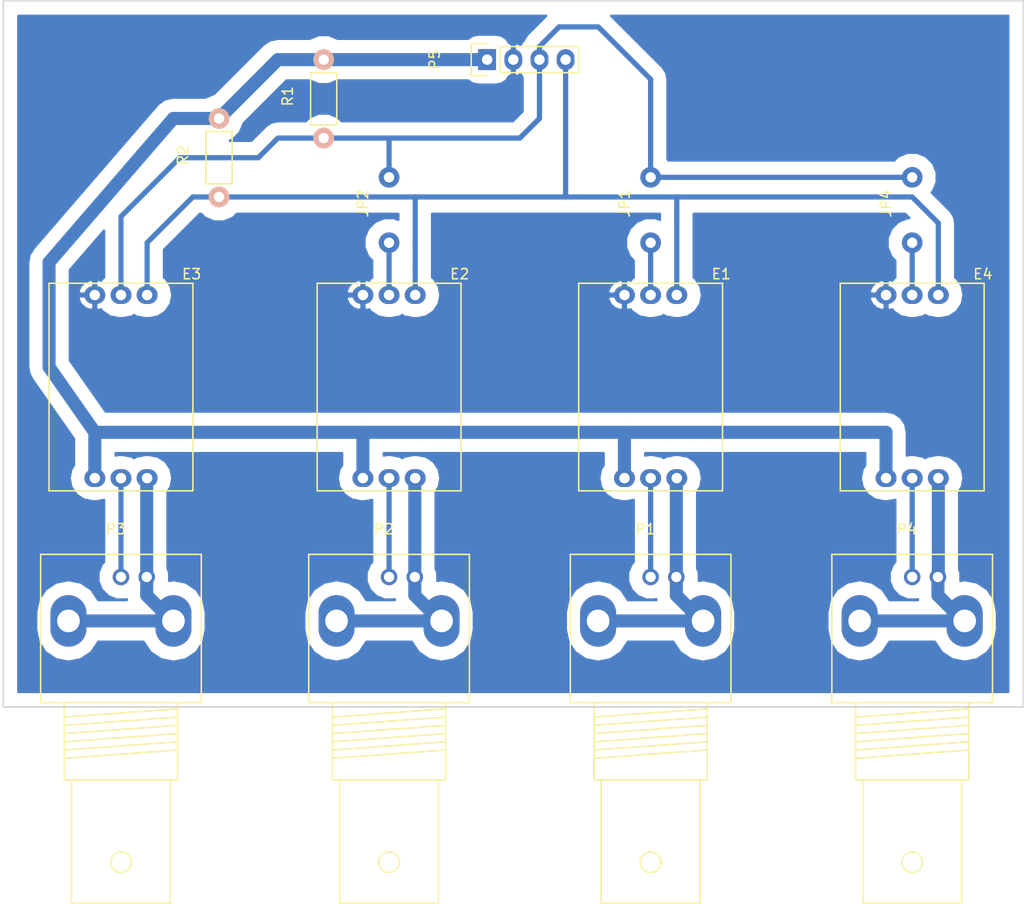
<source format=kicad_pcb>
(kicad_pcb (version 4) (host pcbnew 4.0.4-stable)

  (general
    (links 39)
    (no_connects 0)
    (area 65.91336 89.777499 165.492501 177.787981)
    (thickness 1.6)
    (drawings 4)
    (tracks 85)
    (zones 0)
    (modules 14)
    (nets 16)
  )

  (page A4)
  (layers
    (0 F.Cu signal)
    (31 B.Cu signal)
    (32 B.Adhes user)
    (33 F.Adhes user)
    (34 B.Paste user)
    (35 F.Paste user)
    (36 B.SilkS user)
    (37 F.SilkS user)
    (38 B.Mask user)
    (39 F.Mask user)
    (40 Dwgs.User user)
    (41 Cmts.User user)
    (42 Eco1.User user)
    (43 Eco2.User user)
    (44 Edge.Cuts user)
    (45 Margin user)
    (46 B.CrtYd user)
    (47 F.CrtYd user)
    (48 B.Fab user)
    (49 F.Fab user)
  )

  (setup
    (last_trace_width 0.508)
    (trace_clearance 0.2)
    (zone_clearance 1.27)
    (zone_45_only no)
    (trace_min 0.254)
    (segment_width 0.2)
    (edge_width 0.15)
    (via_size 0.6)
    (via_drill 0.4)
    (via_min_size 0.4064)
    (via_min_drill 0.254)
    (uvia_size 0.3)
    (uvia_drill 0.1)
    (uvias_allowed no)
    (uvia_min_size 0.2)
    (uvia_min_drill 0.1)
    (pcb_text_width 0.3)
    (pcb_text_size 1.5 1.5)
    (mod_edge_width 0.15)
    (mod_text_size 1 1)
    (mod_text_width 0.15)
    (pad_size 1.524 1.524)
    (pad_drill 0.762)
    (pad_to_mask_clearance 0.2)
    (aux_axis_origin 0 0)
    (visible_elements FFFFFF7F)
    (pcbplotparams
      (layerselection 0x00030_80000001)
      (usegerberextensions false)
      (excludeedgelayer true)
      (linewidth 0.100000)
      (plotframeref false)
      (viasonmask false)
      (mode 1)
      (useauxorigin false)
      (hpglpennumber 1)
      (hpglpenspeed 20)
      (hpglpendiameter 15)
      (hpglpenoverlay 2)
      (psnegative false)
      (psa4output false)
      (plotreference true)
      (plotvalue true)
      (plotinvisibletext false)
      (padsonsilk false)
      (subtractmaskfromsilk false)
      (outputformat 1)
      (mirror false)
      (drillshape 1)
      (scaleselection 1)
      (outputdirectory ""))
  )

  (net 0 "")
  (net 1 "Net-(E1-Pad4)")
  (net 2 "Net-(E1-Pad5)")
  (net 3 "Net-(E2-Pad4)")
  (net 4 "Net-(E2-Pad5)")
  (net 5 "Net-(E3-Pad4)")
  (net 6 "Net-(E3-Pad5)")
  (net 7 "Net-(E4-Pad4)")
  (net 8 "Net-(E4-Pad5)")
  (net 9 GND)
  (net 10 A5)
  (net 11 "Net-(E1-Pad2)")
  (net 12 +5V)
  (net 13 "Net-(E2-Pad2)")
  (net 14 "Net-(E4-Pad2)")
  (net 15 A4)

  (net_class Default "This is the default net class."
    (clearance 0.2)
    (trace_width 0.508)
    (via_dia 0.6)
    (via_drill 0.4)
    (uvia_dia 0.3)
    (uvia_drill 0.1)
    (add_net A4)
    (add_net A5)
    (add_net GND)
    (add_net "Net-(E1-Pad2)")
    (add_net "Net-(E1-Pad5)")
    (add_net "Net-(E2-Pad2)")
    (add_net "Net-(E2-Pad5)")
    (add_net "Net-(E3-Pad5)")
    (add_net "Net-(E4-Pad2)")
    (add_net "Net-(E4-Pad5)")
  )

  (net_class +5V ""
    (clearance 0.2)
    (trace_width 1.27)
    (via_dia 0.6)
    (via_drill 0.4)
    (uvia_dia 0.3)
    (uvia_drill 0.1)
    (add_net +5V)
  )

  (net_class PRBGND ""
    (clearance 0.2)
    (trace_width 1.27)
    (via_dia 0.6)
    (via_drill 0.4)
    (uvia_dia 0.3)
    (uvia_drill 0.1)
    (add_net "Net-(E1-Pad4)")
    (add_net "Net-(E2-Pad4)")
    (add_net "Net-(E3-Pad4)")
    (add_net "Net-(E4-Pad4)")
  )

  (module Sockets_BNC:BNC_Socket_TYCO-AMP (layer F.Cu) (tedit 0) (tstamp 5848F2A9)
    (at 129.2225 150.8125 180)
    (descr "BNC Socket TYCO AMP")
    (tags "BNC Socket TYCO AMP")
    (path /5848E61E)
    (fp_text reference P1 (at 0.508 9.652 180) (layer F.SilkS)
      (effects (font (size 1 1) (thickness 0.15)))
    )
    (fp_text value BNC (at 10.89914 -9.6012 270) (layer F.Fab)
      (effects (font (size 1 1) (thickness 0.15)))
    )
    (fp_line (start -5.4991 -11.80084) (end 5.4991 -12.60094) (layer F.SilkS) (width 0.15))
    (fp_line (start -5.4991 -11.00074) (end 5.4991 -11.80084) (layer F.SilkS) (width 0.15))
    (fp_line (start -5.4991 -10.20064) (end 5.4991 -11.00074) (layer F.SilkS) (width 0.15))
    (fp_line (start -5.4991 -9.40054) (end 5.4991 -10.20064) (layer F.SilkS) (width 0.15))
    (fp_line (start -5.4991 -8.60044) (end 5.4991 -9.40054) (layer F.SilkS) (width 0.15))
    (fp_line (start -5.4991 -7.80034) (end 5.4991 -8.60044) (layer F.SilkS) (width 0.15))
    (fp_circle (center 0 -22.69998) (end 1.00076 -22.69998) (layer F.SilkS) (width 0.15))
    (fp_line (start 4.8006 -14.69898) (end 4.8006 -26.70048) (layer F.SilkS) (width 0.15))
    (fp_line (start 4.8006 -26.70048) (end -4.8006 -26.70048) (layer F.SilkS) (width 0.15))
    (fp_line (start -4.8006 -26.70048) (end -4.8006 -14.69898) (layer F.SilkS) (width 0.15))
    (fp_line (start 5.4991 -7.2009) (end 5.4991 -14.69898) (layer F.SilkS) (width 0.15))
    (fp_line (start 5.4991 -14.69898) (end -5.4991 -14.69898) (layer F.SilkS) (width 0.15))
    (fp_line (start -5.4991 -14.69898) (end -5.4991 -7.2009) (layer F.SilkS) (width 0.15))
    (fp_line (start -7.80034 7.2009) (end 7.80034 7.2009) (layer F.SilkS) (width 0.15))
    (fp_line (start 7.80034 7.2009) (end 7.80034 -7.2009) (layer F.SilkS) (width 0.15))
    (fp_line (start 7.80034 -7.2009) (end -7.80034 -7.2009) (layer F.SilkS) (width 0.15))
    (fp_line (start -7.80034 -7.2009) (end -7.80034 7.2009) (layer F.SilkS) (width 0.15))
    (pad 2 thru_hole oval (at -5.09778 0.7366 180) (size 3.50012 5.00126) (drill 2.19964) (layers *.Cu *.Mask)
      (net 1 "Net-(E1-Pad4)"))
    (pad 2 thru_hole oval (at 5.10032 0.7366 180) (size 3.50012 5.00126) (drill 2.19964) (layers *.Cu *.Mask)
      (net 1 "Net-(E1-Pad4)"))
    (pad 1 thru_hole circle (at 0 5.00126 180) (size 1.6002 1.6002) (drill 1.00076) (layers *.Cu *.Mask)
      (net 2 "Net-(E1-Pad5)"))
    (pad 2 thru_hole circle (at -2.49936 5.00126 180) (size 1.6002 1.6002) (drill 1.00076) (layers *.Cu *.Mask)
      (net 1 "Net-(E1-Pad4)"))
    (model Sockets_BNC.3dshapes/BNC_Socket_TYCO-AMP.wrl
      (at (xyz 0 0 0))
      (scale (xyz 0.3937 0.3937 0.3937))
      (rotate (xyz 0 0 0))
    )
  )

  (module Sockets_BNC:BNC_Socket_TYCO-AMP (layer F.Cu) (tedit 0) (tstamp 5848F2B1)
    (at 103.8225 150.8125 180)
    (descr "BNC Socket TYCO AMP")
    (tags "BNC Socket TYCO AMP")
    (path /5848E8A5)
    (fp_text reference P2 (at 0.508 9.652 180) (layer F.SilkS)
      (effects (font (size 1 1) (thickness 0.15)))
    )
    (fp_text value BNC (at 10.89914 -9.6012 270) (layer F.Fab)
      (effects (font (size 1 1) (thickness 0.15)))
    )
    (fp_line (start -5.4991 -11.80084) (end 5.4991 -12.60094) (layer F.SilkS) (width 0.15))
    (fp_line (start -5.4991 -11.00074) (end 5.4991 -11.80084) (layer F.SilkS) (width 0.15))
    (fp_line (start -5.4991 -10.20064) (end 5.4991 -11.00074) (layer F.SilkS) (width 0.15))
    (fp_line (start -5.4991 -9.40054) (end 5.4991 -10.20064) (layer F.SilkS) (width 0.15))
    (fp_line (start -5.4991 -8.60044) (end 5.4991 -9.40054) (layer F.SilkS) (width 0.15))
    (fp_line (start -5.4991 -7.80034) (end 5.4991 -8.60044) (layer F.SilkS) (width 0.15))
    (fp_circle (center 0 -22.69998) (end 1.00076 -22.69998) (layer F.SilkS) (width 0.15))
    (fp_line (start 4.8006 -14.69898) (end 4.8006 -26.70048) (layer F.SilkS) (width 0.15))
    (fp_line (start 4.8006 -26.70048) (end -4.8006 -26.70048) (layer F.SilkS) (width 0.15))
    (fp_line (start -4.8006 -26.70048) (end -4.8006 -14.69898) (layer F.SilkS) (width 0.15))
    (fp_line (start 5.4991 -7.2009) (end 5.4991 -14.69898) (layer F.SilkS) (width 0.15))
    (fp_line (start 5.4991 -14.69898) (end -5.4991 -14.69898) (layer F.SilkS) (width 0.15))
    (fp_line (start -5.4991 -14.69898) (end -5.4991 -7.2009) (layer F.SilkS) (width 0.15))
    (fp_line (start -7.80034 7.2009) (end 7.80034 7.2009) (layer F.SilkS) (width 0.15))
    (fp_line (start 7.80034 7.2009) (end 7.80034 -7.2009) (layer F.SilkS) (width 0.15))
    (fp_line (start 7.80034 -7.2009) (end -7.80034 -7.2009) (layer F.SilkS) (width 0.15))
    (fp_line (start -7.80034 -7.2009) (end -7.80034 7.2009) (layer F.SilkS) (width 0.15))
    (pad 2 thru_hole oval (at -5.09778 0.7366 180) (size 3.50012 5.00126) (drill 2.19964) (layers *.Cu *.Mask)
      (net 3 "Net-(E2-Pad4)"))
    (pad 2 thru_hole oval (at 5.10032 0.7366 180) (size 3.50012 5.00126) (drill 2.19964) (layers *.Cu *.Mask)
      (net 3 "Net-(E2-Pad4)"))
    (pad 1 thru_hole circle (at 0 5.00126 180) (size 1.6002 1.6002) (drill 1.00076) (layers *.Cu *.Mask)
      (net 4 "Net-(E2-Pad5)"))
    (pad 2 thru_hole circle (at -2.49936 5.00126 180) (size 1.6002 1.6002) (drill 1.00076) (layers *.Cu *.Mask)
      (net 3 "Net-(E2-Pad4)"))
    (model Sockets_BNC.3dshapes/BNC_Socket_TYCO-AMP.wrl
      (at (xyz 0 0 0))
      (scale (xyz 0.3937 0.3937 0.3937))
      (rotate (xyz 0 0 0))
    )
  )

  (module Sockets_BNC:BNC_Socket_TYCO-AMP (layer F.Cu) (tedit 0) (tstamp 5848F2B9)
    (at 77.7875 150.8125 180)
    (descr "BNC Socket TYCO AMP")
    (tags "BNC Socket TYCO AMP")
    (path /5848EAD5)
    (fp_text reference P3 (at 0.508 9.652 180) (layer F.SilkS)
      (effects (font (size 1 1) (thickness 0.15)))
    )
    (fp_text value BNC (at 10.89914 -9.6012 270) (layer F.Fab)
      (effects (font (size 1 1) (thickness 0.15)))
    )
    (fp_line (start -5.4991 -11.80084) (end 5.4991 -12.60094) (layer F.SilkS) (width 0.15))
    (fp_line (start -5.4991 -11.00074) (end 5.4991 -11.80084) (layer F.SilkS) (width 0.15))
    (fp_line (start -5.4991 -10.20064) (end 5.4991 -11.00074) (layer F.SilkS) (width 0.15))
    (fp_line (start -5.4991 -9.40054) (end 5.4991 -10.20064) (layer F.SilkS) (width 0.15))
    (fp_line (start -5.4991 -8.60044) (end 5.4991 -9.40054) (layer F.SilkS) (width 0.15))
    (fp_line (start -5.4991 -7.80034) (end 5.4991 -8.60044) (layer F.SilkS) (width 0.15))
    (fp_circle (center 0 -22.69998) (end 1.00076 -22.69998) (layer F.SilkS) (width 0.15))
    (fp_line (start 4.8006 -14.69898) (end 4.8006 -26.70048) (layer F.SilkS) (width 0.15))
    (fp_line (start 4.8006 -26.70048) (end -4.8006 -26.70048) (layer F.SilkS) (width 0.15))
    (fp_line (start -4.8006 -26.70048) (end -4.8006 -14.69898) (layer F.SilkS) (width 0.15))
    (fp_line (start 5.4991 -7.2009) (end 5.4991 -14.69898) (layer F.SilkS) (width 0.15))
    (fp_line (start 5.4991 -14.69898) (end -5.4991 -14.69898) (layer F.SilkS) (width 0.15))
    (fp_line (start -5.4991 -14.69898) (end -5.4991 -7.2009) (layer F.SilkS) (width 0.15))
    (fp_line (start -7.80034 7.2009) (end 7.80034 7.2009) (layer F.SilkS) (width 0.15))
    (fp_line (start 7.80034 7.2009) (end 7.80034 -7.2009) (layer F.SilkS) (width 0.15))
    (fp_line (start 7.80034 -7.2009) (end -7.80034 -7.2009) (layer F.SilkS) (width 0.15))
    (fp_line (start -7.80034 -7.2009) (end -7.80034 7.2009) (layer F.SilkS) (width 0.15))
    (pad 2 thru_hole oval (at -5.09778 0.7366 180) (size 3.50012 5.00126) (drill 2.19964) (layers *.Cu *.Mask)
      (net 5 "Net-(E3-Pad4)"))
    (pad 2 thru_hole oval (at 5.10032 0.7366 180) (size 3.50012 5.00126) (drill 2.19964) (layers *.Cu *.Mask)
      (net 5 "Net-(E3-Pad4)"))
    (pad 1 thru_hole circle (at 0 5.00126 180) (size 1.6002 1.6002) (drill 1.00076) (layers *.Cu *.Mask)
      (net 6 "Net-(E3-Pad5)"))
    (pad 2 thru_hole circle (at -2.49936 5.00126 180) (size 1.6002 1.6002) (drill 1.00076) (layers *.Cu *.Mask)
      (net 5 "Net-(E3-Pad4)"))
    (model Sockets_BNC.3dshapes/BNC_Socket_TYCO-AMP.wrl
      (at (xyz 0 0 0))
      (scale (xyz 0.3937 0.3937 0.3937))
      (rotate (xyz 0 0 0))
    )
  )

  (module Sockets_BNC:BNC_Socket_TYCO-AMP (layer F.Cu) (tedit 0) (tstamp 5848F2C1)
    (at 154.6225 150.8125 180)
    (descr "BNC Socket TYCO AMP")
    (tags "BNC Socket TYCO AMP")
    (path /5848EB1B)
    (fp_text reference P4 (at 0.508 9.652 180) (layer F.SilkS)
      (effects (font (size 1 1) (thickness 0.15)))
    )
    (fp_text value BNC (at 10.89914 -9.6012 270) (layer F.Fab)
      (effects (font (size 1 1) (thickness 0.15)))
    )
    (fp_line (start -5.4991 -11.80084) (end 5.4991 -12.60094) (layer F.SilkS) (width 0.15))
    (fp_line (start -5.4991 -11.00074) (end 5.4991 -11.80084) (layer F.SilkS) (width 0.15))
    (fp_line (start -5.4991 -10.20064) (end 5.4991 -11.00074) (layer F.SilkS) (width 0.15))
    (fp_line (start -5.4991 -9.40054) (end 5.4991 -10.20064) (layer F.SilkS) (width 0.15))
    (fp_line (start -5.4991 -8.60044) (end 5.4991 -9.40054) (layer F.SilkS) (width 0.15))
    (fp_line (start -5.4991 -7.80034) (end 5.4991 -8.60044) (layer F.SilkS) (width 0.15))
    (fp_circle (center 0 -22.69998) (end 1.00076 -22.69998) (layer F.SilkS) (width 0.15))
    (fp_line (start 4.8006 -14.69898) (end 4.8006 -26.70048) (layer F.SilkS) (width 0.15))
    (fp_line (start 4.8006 -26.70048) (end -4.8006 -26.70048) (layer F.SilkS) (width 0.15))
    (fp_line (start -4.8006 -26.70048) (end -4.8006 -14.69898) (layer F.SilkS) (width 0.15))
    (fp_line (start 5.4991 -7.2009) (end 5.4991 -14.69898) (layer F.SilkS) (width 0.15))
    (fp_line (start 5.4991 -14.69898) (end -5.4991 -14.69898) (layer F.SilkS) (width 0.15))
    (fp_line (start -5.4991 -14.69898) (end -5.4991 -7.2009) (layer F.SilkS) (width 0.15))
    (fp_line (start -7.80034 7.2009) (end 7.80034 7.2009) (layer F.SilkS) (width 0.15))
    (fp_line (start 7.80034 7.2009) (end 7.80034 -7.2009) (layer F.SilkS) (width 0.15))
    (fp_line (start 7.80034 -7.2009) (end -7.80034 -7.2009) (layer F.SilkS) (width 0.15))
    (fp_line (start -7.80034 -7.2009) (end -7.80034 7.2009) (layer F.SilkS) (width 0.15))
    (pad 2 thru_hole oval (at -5.09778 0.7366 180) (size 3.50012 5.00126) (drill 2.19964) (layers *.Cu *.Mask)
      (net 7 "Net-(E4-Pad4)"))
    (pad 2 thru_hole oval (at 5.10032 0.7366 180) (size 3.50012 5.00126) (drill 2.19964) (layers *.Cu *.Mask)
      (net 7 "Net-(E4-Pad4)"))
    (pad 1 thru_hole circle (at 0 5.00126 180) (size 1.6002 1.6002) (drill 1.00076) (layers *.Cu *.Mask)
      (net 8 "Net-(E4-Pad5)"))
    (pad 2 thru_hole circle (at -2.49936 5.00126 180) (size 1.6002 1.6002) (drill 1.00076) (layers *.Cu *.Mask)
      (net 7 "Net-(E4-Pad4)"))
    (model Sockets_BNC.3dshapes/BNC_Socket_TYCO-AMP.wrl
      (at (xyz 0 0 0))
      (scale (xyz 0.3937 0.3937 0.3937))
      (rotate (xyz 0 0 0))
    )
  )

  (module Pin_Headers:Pin_Header_Straight_1x04 (layer F.Cu) (tedit 0) (tstamp 5849CF84)
    (at 113.3475 95.5675 90)
    (descr "Through hole pin header")
    (tags "pin header")
    (path /5849CBF9)
    (fp_text reference P5 (at 0 -5.1 90) (layer F.SilkS)
      (effects (font (size 1 1) (thickness 0.15)))
    )
    (fp_text value CONN_01X04 (at 0 -3.1 90) (layer F.Fab)
      (effects (font (size 1 1) (thickness 0.15)))
    )
    (fp_line (start -1.75 -1.75) (end -1.75 9.4) (layer F.CrtYd) (width 0.05))
    (fp_line (start 1.75 -1.75) (end 1.75 9.4) (layer F.CrtYd) (width 0.05))
    (fp_line (start -1.75 -1.75) (end 1.75 -1.75) (layer F.CrtYd) (width 0.05))
    (fp_line (start -1.75 9.4) (end 1.75 9.4) (layer F.CrtYd) (width 0.05))
    (fp_line (start -1.27 1.27) (end -1.27 8.89) (layer F.SilkS) (width 0.15))
    (fp_line (start 1.27 1.27) (end 1.27 8.89) (layer F.SilkS) (width 0.15))
    (fp_line (start 1.55 -1.55) (end 1.55 0) (layer F.SilkS) (width 0.15))
    (fp_line (start -1.27 8.89) (end 1.27 8.89) (layer F.SilkS) (width 0.15))
    (fp_line (start 1.27 1.27) (end -1.27 1.27) (layer F.SilkS) (width 0.15))
    (fp_line (start -1.55 0) (end -1.55 -1.55) (layer F.SilkS) (width 0.15))
    (fp_line (start -1.55 -1.55) (end 1.55 -1.55) (layer F.SilkS) (width 0.15))
    (pad 1 thru_hole rect (at 0 0 90) (size 2.032 1.7272) (drill 1.016) (layers *.Cu *.Mask)
      (net 12 +5V))
    (pad 2 thru_hole oval (at 0 2.54 90) (size 2.032 1.7272) (drill 1.016) (layers *.Cu *.Mask)
      (net 9 GND))
    (pad 3 thru_hole oval (at 0 5.08 90) (size 2.032 1.7272) (drill 1.016) (layers *.Cu *.Mask)
      (net 15 A4))
    (pad 4 thru_hole oval (at 0 7.62 90) (size 2.032 1.7272) (drill 1.016) (layers *.Cu *.Mask)
      (net 10 A5))
    (model Pin_Headers.3dshapes/Pin_Header_Straight_1x04.wrl
      (at (xyz 0 -0.15 0))
      (scale (xyz 1 1 1))
      (rotate (xyz 0 0 90))
    )
  )

  (module Resistors_ThroughHole:Resistor_Horizontal_RM7mm (layer F.Cu) (tedit 569FCF07) (tstamp 5849D59C)
    (at 97.4725 103.1875 90)
    (descr "Resistor, Axial,  RM 7.62mm, 1/3W,")
    (tags "Resistor Axial RM 7.62mm 1/3W R3")
    (path /5848F097)
    (fp_text reference R1 (at 4.05892 -3.50012 90) (layer F.SilkS)
      (effects (font (size 1 1) (thickness 0.15)))
    )
    (fp_text value 11K (at 3.81 3.81 90) (layer F.Fab)
      (effects (font (size 1 1) (thickness 0.15)))
    )
    (fp_line (start -1.25 -1.5) (end 8.85 -1.5) (layer F.CrtYd) (width 0.05))
    (fp_line (start -1.25 1.5) (end -1.25 -1.5) (layer F.CrtYd) (width 0.05))
    (fp_line (start 8.85 -1.5) (end 8.85 1.5) (layer F.CrtYd) (width 0.05))
    (fp_line (start -1.25 1.5) (end 8.85 1.5) (layer F.CrtYd) (width 0.05))
    (fp_line (start 1.27 -1.27) (end 6.35 -1.27) (layer F.SilkS) (width 0.15))
    (fp_line (start 6.35 -1.27) (end 6.35 1.27) (layer F.SilkS) (width 0.15))
    (fp_line (start 6.35 1.27) (end 1.27 1.27) (layer F.SilkS) (width 0.15))
    (fp_line (start 1.27 1.27) (end 1.27 -1.27) (layer F.SilkS) (width 0.15))
    (pad 1 thru_hole circle (at 0 0 90) (size 1.99898 1.99898) (drill 1.00076) (layers *.Cu *.SilkS *.Mask)
      (net 15 A4))
    (pad 2 thru_hole circle (at 7.62 0 90) (size 1.99898 1.99898) (drill 1.00076) (layers *.Cu *.SilkS *.Mask)
      (net 12 +5V))
  )

  (module Resistors_ThroughHole:Resistor_Horizontal_RM7mm (layer F.Cu) (tedit 569FCF07) (tstamp 5849D5A9)
    (at 87.3125 108.9025 90)
    (descr "Resistor, Axial,  RM 7.62mm, 1/3W,")
    (tags "Resistor Axial RM 7.62mm 1/3W R3")
    (path /5848F0F1)
    (fp_text reference R2 (at 4.05892 -3.50012 90) (layer F.SilkS)
      (effects (font (size 1 1) (thickness 0.15)))
    )
    (fp_text value 10K (at 3.81 3.81 90) (layer F.Fab)
      (effects (font (size 1 1) (thickness 0.15)))
    )
    (fp_line (start -1.25 -1.5) (end 8.85 -1.5) (layer F.CrtYd) (width 0.05))
    (fp_line (start -1.25 1.5) (end -1.25 -1.5) (layer F.CrtYd) (width 0.05))
    (fp_line (start 8.85 -1.5) (end 8.85 1.5) (layer F.CrtYd) (width 0.05))
    (fp_line (start -1.25 1.5) (end 8.85 1.5) (layer F.CrtYd) (width 0.05))
    (fp_line (start 1.27 -1.27) (end 6.35 -1.27) (layer F.SilkS) (width 0.15))
    (fp_line (start 6.35 -1.27) (end 6.35 1.27) (layer F.SilkS) (width 0.15))
    (fp_line (start 6.35 1.27) (end 1.27 1.27) (layer F.SilkS) (width 0.15))
    (fp_line (start 1.27 1.27) (end 1.27 -1.27) (layer F.SilkS) (width 0.15))
    (pad 1 thru_hole circle (at 0 0 90) (size 1.99898 1.99898) (drill 1.00076) (layers *.Cu *.SilkS *.Mask)
      (net 10 A5))
    (pad 2 thru_hole circle (at 7.62 0 90) (size 1.99898 1.99898) (drill 1.00076) (layers *.Cu *.SilkS *.Mask)
      (net 12 +5V))
  )

  (module DAB:phEZO (layer F.Cu) (tedit 5849D37E) (tstamp 5849D668)
    (at 129.2225 127.3175)
    (path /5848E652)
    (fp_text reference E1 (at 6.858 -10.922) (layer F.SilkS)
      (effects (font (size 1 1) (thickness 0.15)))
    )
    (fp_text value phEZO (at -7.366 -11.176) (layer F.Fab)
      (effects (font (size 1 1) (thickness 0.15)))
    )
    (fp_line (start -6.985 10.127) (end -6.985 -10.033) (layer F.SilkS) (width 0.15))
    (fp_line (start -6.985 -10.033) (end 6.985 -10.033) (layer F.SilkS) (width 0.15))
    (fp_line (start 6.985 -10.033) (end 6.985 10.127) (layer F.SilkS) (width 0.15))
    (fp_line (start 6.985 10.127) (end -6.985 10.127) (layer F.SilkS) (width 0.15))
    (pad 1 thru_hole oval (at -2.54 -8.89) (size 2.032 1.7272) (drill 1.016) (layers *.Cu *.Mask)
      (net 9 GND))
    (pad 3 thru_hole oval (at 2.54 -8.89) (size 2.032 1.7272) (drill 1.016) (layers *.Cu *.Mask)
      (net 10 A5))
    (pad 2 thru_hole oval (at 0 -8.89) (size 2.032 1.7272) (drill 1.016) (layers *.Cu *.Mask)
      (net 11 "Net-(E1-Pad2)"))
    (pad 5 thru_hole oval (at 0 8.89) (size 2.032 1.7272) (drill 1.016) (layers *.Cu *.Mask)
      (net 2 "Net-(E1-Pad5)"))
    (pad 6 thru_hole oval (at -2.54 8.89) (size 2.032 1.7272) (drill 1.016) (layers *.Cu *.Mask)
      (net 12 +5V))
    (pad 4 thru_hole oval (at 2.54 8.89) (size 2.032 1.7272) (drill 1.016) (layers *.Cu *.Mask)
      (net 1 "Net-(E1-Pad4)"))
  )

  (module DAB:phEZO (layer F.Cu) (tedit 5849D37E) (tstamp 5849D676)
    (at 103.8225 127.3175)
    (path /5848E693)
    (fp_text reference E2 (at 6.858 -10.922) (layer F.SilkS)
      (effects (font (size 1 1) (thickness 0.15)))
    )
    (fp_text value DO_EZO (at -7.366 -11.176) (layer F.Fab)
      (effects (font (size 1 1) (thickness 0.15)))
    )
    (fp_line (start -6.985 10.127) (end -6.985 -10.033) (layer F.SilkS) (width 0.15))
    (fp_line (start -6.985 -10.033) (end 6.985 -10.033) (layer F.SilkS) (width 0.15))
    (fp_line (start 6.985 -10.033) (end 6.985 10.127) (layer F.SilkS) (width 0.15))
    (fp_line (start 6.985 10.127) (end -6.985 10.127) (layer F.SilkS) (width 0.15))
    (pad 1 thru_hole oval (at -2.54 -8.89) (size 2.032 1.7272) (drill 1.016) (layers *.Cu *.Mask)
      (net 9 GND))
    (pad 3 thru_hole oval (at 2.54 -8.89) (size 2.032 1.7272) (drill 1.016) (layers *.Cu *.Mask)
      (net 10 A5))
    (pad 2 thru_hole oval (at 0 -8.89) (size 2.032 1.7272) (drill 1.016) (layers *.Cu *.Mask)
      (net 13 "Net-(E2-Pad2)"))
    (pad 5 thru_hole oval (at 0 8.89) (size 2.032 1.7272) (drill 1.016) (layers *.Cu *.Mask)
      (net 4 "Net-(E2-Pad5)"))
    (pad 6 thru_hole oval (at -2.54 8.89) (size 2.032 1.7272) (drill 1.016) (layers *.Cu *.Mask)
      (net 12 +5V))
    (pad 4 thru_hole oval (at 2.54 8.89) (size 2.032 1.7272) (drill 1.016) (layers *.Cu *.Mask)
      (net 3 "Net-(E2-Pad4)"))
  )

  (module DAB:phEZO (layer F.Cu) (tedit 5849D37E) (tstamp 5849D684)
    (at 77.7875 127.3175)
    (path /5848EA59)
    (fp_text reference E3 (at 6.858 -10.922) (layer F.SilkS)
      (effects (font (size 1 1) (thickness 0.15)))
    )
    (fp_text value phEZO (at -7.366 -11.176) (layer F.Fab)
      (effects (font (size 1 1) (thickness 0.15)))
    )
    (fp_line (start -6.985 10.127) (end -6.985 -10.033) (layer F.SilkS) (width 0.15))
    (fp_line (start -6.985 -10.033) (end 6.985 -10.033) (layer F.SilkS) (width 0.15))
    (fp_line (start 6.985 -10.033) (end 6.985 10.127) (layer F.SilkS) (width 0.15))
    (fp_line (start 6.985 10.127) (end -6.985 10.127) (layer F.SilkS) (width 0.15))
    (pad 1 thru_hole oval (at -2.54 -8.89) (size 2.032 1.7272) (drill 1.016) (layers *.Cu *.Mask)
      (net 9 GND))
    (pad 3 thru_hole oval (at 2.54 -8.89) (size 2.032 1.7272) (drill 1.016) (layers *.Cu *.Mask)
      (net 10 A5))
    (pad 2 thru_hole oval (at 0 -8.89) (size 2.032 1.7272) (drill 1.016) (layers *.Cu *.Mask)
      (net 15 A4))
    (pad 5 thru_hole oval (at 0 8.89) (size 2.032 1.7272) (drill 1.016) (layers *.Cu *.Mask)
      (net 6 "Net-(E3-Pad5)"))
    (pad 6 thru_hole oval (at -2.54 8.89) (size 2.032 1.7272) (drill 1.016) (layers *.Cu *.Mask)
      (net 12 +5V))
    (pad 4 thru_hole oval (at 2.54 8.89) (size 2.032 1.7272) (drill 1.016) (layers *.Cu *.Mask)
      (net 5 "Net-(E3-Pad4)"))
  )

  (module DAB:phEZO (layer F.Cu) (tedit 5849D37E) (tstamp 5849D692)
    (at 154.6225 127.3175)
    (path /5848EA9A)
    (fp_text reference E4 (at 6.858 -10.922) (layer F.SilkS)
      (effects (font (size 1 1) (thickness 0.15)))
    )
    (fp_text value phEZO (at -7.366 -11.176) (layer F.Fab)
      (effects (font (size 1 1) (thickness 0.15)))
    )
    (fp_line (start -6.985 10.127) (end -6.985 -10.033) (layer F.SilkS) (width 0.15))
    (fp_line (start -6.985 -10.033) (end 6.985 -10.033) (layer F.SilkS) (width 0.15))
    (fp_line (start 6.985 -10.033) (end 6.985 10.127) (layer F.SilkS) (width 0.15))
    (fp_line (start 6.985 10.127) (end -6.985 10.127) (layer F.SilkS) (width 0.15))
    (pad 1 thru_hole oval (at -2.54 -8.89) (size 2.032 1.7272) (drill 1.016) (layers *.Cu *.Mask)
      (net 9 GND))
    (pad 3 thru_hole oval (at 2.54 -8.89) (size 2.032 1.7272) (drill 1.016) (layers *.Cu *.Mask)
      (net 10 A5))
    (pad 2 thru_hole oval (at 0 -8.89) (size 2.032 1.7272) (drill 1.016) (layers *.Cu *.Mask)
      (net 14 "Net-(E4-Pad2)"))
    (pad 5 thru_hole oval (at 0 8.89) (size 2.032 1.7272) (drill 1.016) (layers *.Cu *.Mask)
      (net 8 "Net-(E4-Pad5)"))
    (pad 6 thru_hole oval (at -2.54 8.89) (size 2.032 1.7272) (drill 1.016) (layers *.Cu *.Mask)
      (net 12 +5V))
    (pad 4 thru_hole oval (at 2.54 8.89) (size 2.032 1.7272) (drill 1.016) (layers *.Cu *.Mask)
      (net 7 "Net-(E4-Pad4)"))
  )

  (module DAB:Jumper_6.35mm (layer F.Cu) (tedit 584C99F2) (tstamp 584C9A97)
    (at 129.2225 113.3475 90)
    (descr "WireConnection with 1mm drill")
    (path /584C8796)
    (fp_text reference JP1 (at 3.81 -2.54 90) (layer F.SilkS)
      (effects (font (size 1 1) (thickness 0.15)))
    )
    (fp_text value JUMPER (at 3.81 2.54 90) (layer F.Fab)
      (effects (font (size 1 1) (thickness 0.15)))
    )
    (pad 1 thru_hole circle (at 0 0 90) (size 2 2) (drill 1.00076) (layers *.Cu *.Mask)
      (net 11 "Net-(E1-Pad2)"))
    (pad 2 thru_hole circle (at 6.35 0 90) (size 2 2) (drill 1.00076) (layers *.Cu *.Mask)
      (net 15 A4))
  )

  (module DAB:Jumper_6.35mm (layer F.Cu) (tedit 584C99F2) (tstamp 584C9A9C)
    (at 103.8225 113.3475 90)
    (descr "WireConnection with 1mm drill")
    (path /584C89B3)
    (fp_text reference JP2 (at 3.81 -2.54 90) (layer F.SilkS)
      (effects (font (size 1 1) (thickness 0.15)))
    )
    (fp_text value JUMPER (at 3.81 2.54 90) (layer F.Fab)
      (effects (font (size 1 1) (thickness 0.15)))
    )
    (pad 1 thru_hole circle (at 0 0 90) (size 2 2) (drill 1.00076) (layers *.Cu *.Mask)
      (net 13 "Net-(E2-Pad2)"))
    (pad 2 thru_hole circle (at 6.35 0 90) (size 2 2) (drill 1.00076) (layers *.Cu *.Mask)
      (net 15 A4))
  )

  (module DAB:Jumper_6.35mm (layer F.Cu) (tedit 584C99F2) (tstamp 584C9AA1)
    (at 154.6225 113.3475 90)
    (descr "WireConnection with 1mm drill")
    (path /584C8A2C)
    (fp_text reference JP4 (at 3.81 -2.54 90) (layer F.SilkS)
      (effects (font (size 1 1) (thickness 0.15)))
    )
    (fp_text value JUMPER (at 3.81 2.54 90) (layer F.Fab)
      (effects (font (size 1 1) (thickness 0.15)))
    )
    (pad 1 thru_hole circle (at 0 0 90) (size 2 2) (drill 1.00076) (layers *.Cu *.Mask)
      (net 14 "Net-(E4-Pad2)"))
    (pad 2 thru_hole circle (at 6.35 0 90) (size 2 2) (drill 1.00076) (layers *.Cu *.Mask)
      (net 15 A4))
  )

  (gr_line (start 66.3575 158.4325) (end 66.3575 89.8525) (angle 90) (layer Edge.Cuts) (width 0.15))
  (gr_line (start 165.4175 158.4325) (end 66.3575 158.4325) (angle 90) (layer Edge.Cuts) (width 0.15))
  (gr_line (start 165.4175 89.8525) (end 165.4175 158.4325) (angle 90) (layer Edge.Cuts) (width 0.15))
  (gr_line (start 66.3575 89.8525) (end 165.4175 89.8525) (angle 90) (layer Edge.Cuts) (width 0.15))

  (segment (start 131.72186 145.81124) (end 131.72186 136.24814) (width 1.27) (layer B.Cu) (net 1))
  (segment (start 131.72186 136.24814) (end 131.7625 136.2075) (width 0.508) (layer B.Cu) (net 1) (tstamp 584C942A))
  (segment (start 134.32028 150.0759) (end 134.2009 150.0759) (width 0.508) (layer B.Cu) (net 1))
  (segment (start 134.2009 150.0759) (end 131.72186 147.59686) (width 1.27) (layer B.Cu) (net 1) (tstamp 584C9426))
  (segment (start 131.72186 147.59686) (end 131.72186 145.81124) (width 1.27) (layer B.Cu) (net 1) (tstamp 584C9427))
  (segment (start 124.12218 150.0759) (end 134.32028 150.0759) (width 1.27) (layer B.Cu) (net 1))
  (segment (start 131.72186 136.24814) (end 131.7625 136.2075) (width 0.508) (layer B.Cu) (net 1) (tstamp 584C93F4))
  (segment (start 129.2225 145.81124) (end 129.2225 136.2075) (width 0.508) (layer B.Cu) (net 2))
  (segment (start 106.32186 145.81124) (end 106.32186 136.24814) (width 1.27) (layer B.Cu) (net 3))
  (segment (start 106.32186 136.24814) (end 106.3625 136.2075) (width 0.508) (layer B.Cu) (net 3) (tstamp 584C945B))
  (segment (start 108.92028 150.0759) (end 108.8009 150.0759) (width 0.508) (layer B.Cu) (net 3))
  (segment (start 108.8009 150.0759) (end 106.32186 147.59686) (width 1.27) (layer B.Cu) (net 3) (tstamp 584C9457))
  (segment (start 106.32186 147.59686) (end 106.32186 145.81124) (width 1.27) (layer B.Cu) (net 3) (tstamp 584C9458))
  (segment (start 98.72218 150.0759) (end 108.92028 150.0759) (width 1.27) (layer B.Cu) (net 3))
  (segment (start 106.32186 136.24814) (end 106.3625 136.2075) (width 0.508) (layer B.Cu) (net 3) (tstamp 584C93CF))
  (segment (start 103.8225 145.81124) (end 103.8225 136.2075) (width 0.508) (layer B.Cu) (net 4))
  (segment (start 80.28686 145.81124) (end 80.28686 136.24814) (width 1.27) (layer B.Cu) (net 5))
  (segment (start 80.28686 136.24814) (end 80.3275 136.2075) (width 0.508) (layer B.Cu) (net 5) (tstamp 584C944F))
  (segment (start 82.88528 150.0759) (end 82.7659 150.0759) (width 0.508) (layer B.Cu) (net 5))
  (segment (start 82.7659 150.0759) (end 80.28686 147.59686) (width 1.27) (layer B.Cu) (net 5) (tstamp 584C944A))
  (segment (start 80.28686 147.59686) (end 80.28686 145.81124) (width 1.27) (layer B.Cu) (net 5) (tstamp 584C944C))
  (segment (start 72.68718 150.0759) (end 82.88528 150.0759) (width 1.27) (layer B.Cu) (net 5))
  (segment (start 80.44688 145.97126) (end 80.3275 145.85188) (width 0.508) (layer B.Cu) (net 5) (tstamp 584C93AA))
  (segment (start 77.7875 145.81124) (end 77.7875 136.2075) (width 0.508) (layer B.Cu) (net 6))
  (segment (start 157.1625 145.7706) (end 157.12186 145.81124) (width 1.27) (layer B.Cu) (net 7) (tstamp 584C9B3B))
  (segment (start 159.72028 150.0759) (end 159.6009 150.0759) (width 0.508) (layer B.Cu) (net 7))
  (segment (start 159.6009 150.0759) (end 157.12186 147.59686) (width 1.27) (layer B.Cu) (net 7) (tstamp 584C946F))
  (segment (start 157.12186 147.59686) (end 157.12186 145.81124) (width 1.27) (layer B.Cu) (net 7) (tstamp 584C9472))
  (segment (start 149.52218 150.0759) (end 159.72028 150.0759) (width 1.27) (layer B.Cu) (net 7))
  (segment (start 157.1625 136.2075) (end 157.1625 145.7706) (width 1.27) (layer B.Cu) (net 7))
  (segment (start 157.12186 136.24814) (end 157.1625 136.2075) (width 0.508) (layer B.Cu) (net 7) (tstamp 584C9402))
  (segment (start 154.6225 145.81124) (end 154.6225 136.2075) (width 0.508) (layer B.Cu) (net 8))
  (segment (start 157.1625 118.4275) (end 157.1625 111.4425) (width 0.508) (layer B.Cu) (net 10))
  (segment (start 157.1625 111.4425) (end 154.6225 108.9025) (width 0.508) (layer B.Cu) (net 10) (tstamp 584C8EBD))
  (segment (start 87.3125 108.9025) (end 106.3625 108.9025) (width 0.508) (layer B.Cu) (net 10))
  (segment (start 87.3125 108.9025) (end 84.7725 108.9025) (width 0.508) (layer B.Cu) (net 10))
  (segment (start 80.3275 113.3475) (end 84.7725 108.9025) (width 0.508) (layer B.Cu) (net 10) (tstamp 584C8E15))
  (segment (start 80.3275 113.3475) (end 80.3275 118.4275) (width 0.508) (layer B.Cu) (net 10))
  (segment (start 120.9675 108.9025) (end 120.9675 102.5525) (width 0.508) (layer B.Cu) (net 10))
  (segment (start 120.9675 102.5525) (end 120.9675 95.5675) (width 0.508) (layer B.Cu) (net 10) (tstamp 584C8E37))
  (segment (start 131.7625 108.9025) (end 131.7625 110.8075) (width 0.508) (layer B.Cu) (net 10))
  (segment (start 131.7625 110.8075) (end 131.7625 118.4275) (width 0.508) (layer B.Cu) (net 10))
  (segment (start 154.6225 108.9025) (end 131.7625 108.9025) (width 0.508) (layer B.Cu) (net 10) (tstamp 584C8E78))
  (segment (start 131.7625 108.9025) (end 129.8575 108.9025) (width 0.508) (layer B.Cu) (net 10) (tstamp 584C8EDF))
  (segment (start 129.8575 108.9025) (end 122.2375 108.9025) (width 0.508) (layer B.Cu) (net 10) (tstamp 584C8E65))
  (segment (start 122.2375 108.9025) (end 120.9675 108.9025) (width 0.508) (layer B.Cu) (net 10) (tstamp 584C8ED2))
  (segment (start 120.9675 108.9025) (end 115.8875 108.9025) (width 0.508) (layer B.Cu) (net 10) (tstamp 584C8F50))
  (segment (start 106.3625 108.9025) (end 115.8875 108.9025) (width 0.508) (layer B.Cu) (net 10) (tstamp 584C8E56))
  (segment (start 106.3625 118.4275) (end 106.3625 115.8875) (width 0.508) (layer B.Cu) (net 10))
  (segment (start 106.3625 115.8875) (end 106.3625 113.3475) (width 0.508) (layer B.Cu) (net 10) (tstamp 584C8E44))
  (segment (start 106.3625 113.3475) (end 106.3625 108.9025) (width 0.508) (layer B.Cu) (net 10) (tstamp 584C8E52))
  (segment (start 129.2225 118.4275) (end 129.2225 113.3475) (width 0.508) (layer B.Cu) (net 11))
  (segment (start 152.0825 131.7625) (end 152.0825 136.2075) (width 1.27) (layer B.Cu) (net 12) (tstamp 584C936E))
  (segment (start 126.6825 131.7625) (end 151.4475 131.7625) (width 1.27) (layer B.Cu) (net 12))
  (segment (start 151.4475 131.7625) (end 152.0825 131.7625) (width 1.27) (layer B.Cu) (net 12) (tstamp 584C936C))
  (segment (start 101.2825 131.7625) (end 126.6825 131.7625) (width 1.27) (layer B.Cu) (net 12))
  (segment (start 126.6825 131.7625) (end 126.6825 136.2075) (width 1.27) (layer B.Cu) (net 12) (tstamp 584C9365))
  (segment (start 75.2475 131.7625) (end 101.2825 131.7625) (width 1.27) (layer B.Cu) (net 12))
  (segment (start 101.2825 131.7625) (end 101.2825 136.2075) (width 1.27) (layer B.Cu) (net 12) (tstamp 584C9360))
  (segment (start 87.3125 101.2825) (end 82.8675 101.2825) (width 1.27) (layer B.Cu) (net 12))
  (segment (start 75.2475 131.7625) (end 75.2475 136.2075) (width 1.27) (layer B.Cu) (net 12) (tstamp 584C935C))
  (segment (start 70.8025 125.4125) (end 75.2475 131.7625) (width 1.27) (layer B.Cu) (net 12) (tstamp 584C9340))
  (segment (start 70.8025 115.2525) (end 70.8025 125.4125) (width 1.27) (layer B.Cu) (net 12) (tstamp 584C933D))
  (segment (start 82.8675 101.2825) (end 70.8025 115.2525) (width 1.27) (layer B.Cu) (net 12) (tstamp 584C9336))
  (segment (start 97.4725 95.5675) (end 93.0275 95.5675) (width 1.27) (layer B.Cu) (net 12))
  (segment (start 93.0275 95.5675) (end 87.3125 101.2825) (width 1.27) (layer B.Cu) (net 12) (tstamp 584C9327))
  (segment (start 113.3475 95.5675) (end 97.4725 95.5675) (width 1.27) (layer B.Cu) (net 12))
  (segment (start 103.8225 118.4275) (end 103.8225 113.3475) (width 0.508) (layer B.Cu) (net 13))
  (segment (start 154.6225 118.4275) (end 154.6225 113.3475) (width 0.508) (layer B.Cu) (net 14))
  (segment (start 103.8225 106.9975) (end 103.8225 103.1875) (width 0.508) (layer B.Cu) (net 15))
  (segment (start 129.2225 106.9975) (end 154.6225 106.9975) (width 0.508) (layer B.Cu) (net 15))
  (segment (start 97.4725 103.1875) (end 93.0275 103.1875) (width 0.508) (layer B.Cu) (net 15))
  (segment (start 77.7875 110.8075) (end 77.7875 118.4275) (width 0.508) (layer B.Cu) (net 15) (tstamp 584C90EC))
  (segment (start 83.5025 105.0925) (end 77.7875 110.8075) (width 0.508) (layer B.Cu) (net 15) (tstamp 584C90E8))
  (segment (start 91.1225 105.0925) (end 83.5025 105.0925) (width 0.508) (layer B.Cu) (net 15) (tstamp 584C90E3))
  (segment (start 93.0275 103.1875) (end 91.1225 105.0925) (width 0.508) (layer B.Cu) (net 15) (tstamp 584C90DD))
  (segment (start 103.8225 103.1875) (end 97.4725 103.1875) (width 0.508) (layer B.Cu) (net 15))
  (segment (start 118.4275 95.5675) (end 118.4275 101.2825) (width 0.508) (layer B.Cu) (net 15))
  (segment (start 116.5225 103.1875) (end 103.8225 103.1875) (width 0.508) (layer B.Cu) (net 15) (tstamp 584C8F83))
  (segment (start 118.4275 101.2825) (end 116.5225 103.1875) (width 0.508) (layer B.Cu) (net 15) (tstamp 584C8F7D))
  (segment (start 129.2225 106.9975) (end 129.2225 97.4725) (width 0.508) (layer B.Cu) (net 15))
  (segment (start 118.4275 94.2975) (end 118.4275 95.5675) (width 0.508) (layer B.Cu) (net 15) (tstamp 584C8F61))
  (segment (start 120.3325 92.3925) (end 118.4275 94.2975) (width 0.508) (layer B.Cu) (net 15) (tstamp 584C8F5F))
  (segment (start 124.1425 92.3925) (end 120.3325 92.3925) (width 0.508) (layer B.Cu) (net 15) (tstamp 584C8F5B))
  (segment (start 129.2225 97.4725) (end 124.1425 92.3925) (width 0.508) (layer B.Cu) (net 15) (tstamp 584C8F52))

  (zone (net 9) (net_name GND) (layer B.Cu) (tstamp 58508BF9) (hatch edge 0.508)
    (connect_pads (clearance 1.27))
    (min_thickness 0.254)
    (fill yes (arc_segments 16) (thermal_gap 0.508) (thermal_bridge_width 0.508))
    (polygon
      (pts
        (xy 165.1 158.115) (xy 66.675 158.115) (xy 66.675 90.17) (xy 165.1 90.17)
      )
    )
    (filled_polygon
      (pts
        (xy 117.260067 93.130067) (xy 116.902175 93.665689) (xy 116.889611 93.728851) (xy 116.829014 93.769341) (xy 116.593236 94.122209)
        (xy 116.262291 93.962791) (xy 116.246526 93.960142) (xy 116.0145 94.081283) (xy 116.0145 95.4405) (xy 116.0345 95.4405)
        (xy 116.0345 95.6945) (xy 116.0145 95.6945) (xy 116.0145 97.053717) (xy 116.246526 97.174858) (xy 116.262291 97.172209)
        (xy 116.593236 97.012791) (xy 116.7765 97.287066) (xy 116.7765 100.598634) (xy 115.838634 101.5365) (xy 99.210574 101.5365)
        (xy 98.831775 101.157039) (xy 97.951283 100.791427) (xy 96.9979 100.790595) (xy 96.116771 101.15467) (xy 95.734274 101.5365)
        (xy 93.0275 101.5365) (xy 92.39569 101.662175) (xy 91.860067 102.020067) (xy 90.438634 103.4415) (xy 88.362874 103.4415)
        (xy 88.668229 103.31533) (xy 89.342961 102.641775) (xy 89.708573 101.761283) (xy 89.708574 101.760108) (xy 93.869182 97.5995)
        (xy 96.116931 97.5995) (xy 96.993717 97.963573) (xy 97.9471 97.964405) (xy 98.828229 97.60033) (xy 98.82906 97.5995)
        (xy 111.496315 97.5995) (xy 111.929741 97.895648) (xy 112.4839 98.007868) (xy 114.2111 98.007868) (xy 114.728797 97.910457)
        (xy 115.20427 97.604498) (xy 115.502877 97.167473) (xy 115.512709 97.172209) (xy 115.528474 97.174858) (xy 115.7605 97.053717)
        (xy 115.7605 95.6945) (xy 115.7405 95.6945) (xy 115.7405 95.4405) (xy 115.7605 95.4405) (xy 115.7605 94.081283)
        (xy 115.528474 93.960142) (xy 115.512709 93.962791) (xy 115.497177 93.970273) (xy 115.232098 93.55833) (xy 114.765259 93.239352)
        (xy 114.2111 93.127132) (xy 112.4839 93.127132) (xy 111.966203 93.224543) (xy 111.49073 93.530502) (xy 111.487315 93.5355)
        (xy 98.828069 93.5355) (xy 97.951283 93.171427) (xy 96.9979 93.170595) (xy 96.116771 93.53467) (xy 96.11594 93.5355)
        (xy 93.0275 93.5355) (xy 92.249888 93.690176) (xy 91.590659 94.130659) (xy 86.83419 98.887128) (xy 85.956771 99.24967)
        (xy 85.95594 99.2505) (xy 82.8675 99.2505) (xy 82.793793 99.265161) (xy 82.719213 99.255918) (xy 82.407276 99.342044)
        (xy 82.089887 99.405177) (xy 82.027402 99.446928) (xy 81.954962 99.466929) (xy 81.699733 99.665869) (xy 81.430659 99.845659)
        (xy 81.388906 99.908146) (xy 81.329636 99.954345) (xy 69.264636 113.924344) (xy 69.104964 114.205817) (xy 68.925177 114.474887)
        (xy 68.910516 114.548593) (xy 68.873435 114.61396) (xy 68.833632 114.935114) (xy 68.7705 115.2525) (xy 68.7705 125.4125)
        (xy 68.813795 125.630157) (xy 68.818605 125.852029) (xy 68.890393 126.01524) (xy 68.925177 126.190113) (xy 69.048471 126.374636)
        (xy 69.137821 126.577775) (xy 73.2155 132.403032) (xy 73.2155 134.958982) (xy 72.959305 135.342406) (xy 72.787227 136.2075)
        (xy 72.959305 137.072594) (xy 73.449341 137.805986) (xy 74.182733 138.296022) (xy 75.047827 138.4681) (xy 75.447173 138.4681)
        (xy 76.1365 138.330984) (xy 76.1365 144.3549) (xy 75.925975 144.565058) (xy 75.590782 145.372292) (xy 75.590019 146.246353)
        (xy 75.923803 147.054171) (xy 76.541318 147.672765) (xy 77.348552 148.007958) (xy 78.222613 148.008721) (xy 78.328113 147.965129)
        (xy 78.343782 148.0439) (xy 75.594188 148.0439) (xy 74.912487 147.023664) (xy 73.891508 146.341467) (xy 72.68718 146.101911)
        (xy 71.482852 146.341467) (xy 70.461873 147.023664) (xy 69.779676 148.044643) (xy 69.54012 149.248971) (xy 69.54012 150.902829)
        (xy 69.779676 152.107157) (xy 70.461873 153.128136) (xy 71.482852 153.810333) (xy 72.68718 154.049889) (xy 73.891508 153.810333)
        (xy 74.912487 153.128136) (xy 75.594188 152.1079) (xy 79.978272 152.1079) (xy 80.659973 153.128136) (xy 81.680952 153.810333)
        (xy 82.88528 154.049889) (xy 84.089608 153.810333) (xy 85.110587 153.128136) (xy 85.792784 152.107157) (xy 86.03234 150.902829)
        (xy 86.03234 149.248971) (xy 85.792784 148.044643) (xy 85.110587 147.023664) (xy 84.089608 146.341467) (xy 82.88528 146.101911)
        (xy 82.483638 146.181803) (xy 82.484341 145.376127) (xy 82.31886 144.975633) (xy 82.31886 137.51684) (xy 82.615695 137.072594)
        (xy 82.787773 136.2075) (xy 82.615695 135.342406) (xy 82.125659 134.609014) (xy 81.392267 134.118978) (xy 80.527173 133.9469)
        (xy 80.127827 133.9469) (xy 79.262733 134.118978) (xy 79.0575 134.25611) (xy 78.852267 134.118978) (xy 77.987173 133.9469)
        (xy 77.587827 133.9469) (xy 77.2795 134.00823) (xy 77.2795 133.7945) (xy 99.2505 133.7945) (xy 99.2505 134.958982)
        (xy 98.994305 135.342406) (xy 98.822227 136.2075) (xy 98.994305 137.072594) (xy 99.484341 137.805986) (xy 100.217733 138.296022)
        (xy 101.082827 138.4681) (xy 101.482173 138.4681) (xy 102.1715 138.330984) (xy 102.1715 144.3549) (xy 101.960975 144.565058)
        (xy 101.625782 145.372292) (xy 101.625019 146.246353) (xy 101.958803 147.054171) (xy 102.576318 147.672765) (xy 103.383552 148.007958)
        (xy 104.257613 148.008721) (xy 104.363113 147.965129) (xy 104.378782 148.0439) (xy 101.629188 148.0439) (xy 100.947487 147.023664)
        (xy 99.926508 146.341467) (xy 98.72218 146.101911) (xy 97.517852 146.341467) (xy 96.496873 147.023664) (xy 95.814676 148.044643)
        (xy 95.57512 149.248971) (xy 95.57512 150.902829) (xy 95.814676 152.107157) (xy 96.496873 153.128136) (xy 97.517852 153.810333)
        (xy 98.72218 154.049889) (xy 99.926508 153.810333) (xy 100.947487 153.128136) (xy 101.629188 152.1079) (xy 106.013272 152.1079)
        (xy 106.694973 153.128136) (xy 107.715952 153.810333) (xy 108.92028 154.049889) (xy 110.124608 153.810333) (xy 111.145587 153.128136)
        (xy 111.827784 152.107157) (xy 112.06734 150.902829) (xy 112.06734 149.248971) (xy 111.827784 148.044643) (xy 111.145587 147.023664)
        (xy 110.124608 146.341467) (xy 108.92028 146.101911) (xy 108.518638 146.181803) (xy 108.519341 145.376127) (xy 108.35386 144.975633)
        (xy 108.35386 137.51684) (xy 108.650695 137.072594) (xy 108.822773 136.2075) (xy 108.650695 135.342406) (xy 108.160659 134.609014)
        (xy 107.427267 134.118978) (xy 106.562173 133.9469) (xy 106.162827 133.9469) (xy 105.297733 134.118978) (xy 105.0925 134.25611)
        (xy 104.887267 134.118978) (xy 104.022173 133.9469) (xy 103.622827 133.9469) (xy 103.3145 134.00823) (xy 103.3145 133.7945)
        (xy 124.6505 133.7945) (xy 124.6505 134.958982) (xy 124.394305 135.342406) (xy 124.222227 136.2075) (xy 124.394305 137.072594)
        (xy 124.884341 137.805986) (xy 125.617733 138.296022) (xy 126.482827 138.4681) (xy 126.882173 138.4681) (xy 127.5715 138.330984)
        (xy 127.5715 144.3549) (xy 127.360975 144.565058) (xy 127.025782 145.372292) (xy 127.025019 146.246353) (xy 127.358803 147.054171)
        (xy 127.976318 147.672765) (xy 128.783552 148.007958) (xy 129.657613 148.008721) (xy 129.763113 147.965129) (xy 129.778782 148.0439)
        (xy 127.029188 148.0439) (xy 126.347487 147.023664) (xy 125.326508 146.341467) (xy 124.12218 146.101911) (xy 122.917852 146.341467)
        (xy 121.896873 147.023664) (xy 121.214676 148.044643) (xy 120.97512 149.248971) (xy 120.97512 150.902829) (xy 121.214676 152.107157)
        (xy 121.896873 153.128136) (xy 122.917852 153.810333) (xy 124.12218 154.049889) (xy 125.326508 153.810333) (xy 126.347487 153.128136)
        (xy 127.029188 152.1079) (xy 131.413272 152.1079) (xy 132.094973 153.128136) (xy 133.115952 153.810333) (xy 134.32028 154.049889)
        (xy 135.524608 153.810333) (xy 136.545587 153.128136) (xy 137.227784 152.107157) (xy 137.46734 150.902829) (xy 137.46734 149.248971)
        (xy 137.227784 148.044643) (xy 136.545587 147.023664) (xy 135.524608 146.341467) (xy 134.32028 146.101911) (xy 133.918638 146.181803)
        (xy 133.919341 145.376127) (xy 133.75386 144.975633) (xy 133.75386 137.51684) (xy 134.050695 137.072594) (xy 134.222773 136.2075)
        (xy 134.050695 135.342406) (xy 133.560659 134.609014) (xy 132.827267 134.118978) (xy 131.962173 133.9469) (xy 131.562827 133.9469)
        (xy 130.697733 134.118978) (xy 130.4925 134.25611) (xy 130.287267 134.118978) (xy 129.422173 133.9469) (xy 129.022827 133.9469)
        (xy 128.7145 134.00823) (xy 128.7145 133.7945) (xy 150.0505 133.7945) (xy 150.0505 134.958982) (xy 149.794305 135.342406)
        (xy 149.622227 136.2075) (xy 149.794305 137.072594) (xy 150.284341 137.805986) (xy 151.017733 138.296022) (xy 151.882827 138.4681)
        (xy 152.282173 138.4681) (xy 152.9715 138.330984) (xy 152.9715 144.3549) (xy 152.760975 144.565058) (xy 152.425782 145.372292)
        (xy 152.425019 146.246353) (xy 152.758803 147.054171) (xy 153.376318 147.672765) (xy 154.183552 148.007958) (xy 155.057613 148.008721)
        (xy 155.163113 147.965129) (xy 155.178782 148.0439) (xy 152.429188 148.0439) (xy 151.747487 147.023664) (xy 150.726508 146.341467)
        (xy 149.52218 146.101911) (xy 148.317852 146.341467) (xy 147.296873 147.023664) (xy 146.614676 148.044643) (xy 146.37512 149.248971)
        (xy 146.37512 150.902829) (xy 146.614676 152.107157) (xy 147.296873 153.128136) (xy 148.317852 153.810333) (xy 149.52218 154.049889)
        (xy 150.726508 153.810333) (xy 151.747487 153.128136) (xy 152.429188 152.1079) (xy 156.813272 152.1079) (xy 157.494973 153.128136)
        (xy 158.515952 153.810333) (xy 159.72028 154.049889) (xy 160.924608 153.810333) (xy 161.945587 153.128136) (xy 162.627784 152.107157)
        (xy 162.86734 150.902829) (xy 162.86734 149.248971) (xy 162.627784 148.044643) (xy 161.945587 147.023664) (xy 160.924608 146.341467)
        (xy 159.72028 146.101911) (xy 159.318638 146.181803) (xy 159.319341 145.376127) (xy 159.1945 145.073989) (xy 159.1945 137.456018)
        (xy 159.450695 137.072594) (xy 159.622773 136.2075) (xy 159.450695 135.342406) (xy 158.960659 134.609014) (xy 158.227267 134.118978)
        (xy 157.362173 133.9469) (xy 156.962827 133.9469) (xy 156.097733 134.118978) (xy 155.8925 134.25611) (xy 155.687267 134.118978)
        (xy 154.822173 133.9469) (xy 154.422827 133.9469) (xy 154.1145 134.00823) (xy 154.1145 131.7625) (xy 153.959823 130.984887)
        (xy 153.519341 130.325659) (xy 152.860113 129.885177) (xy 152.0825 129.7305) (xy 76.305471 129.7305) (xy 72.8345 124.771969)
        (xy 72.8345 118.786526) (xy 73.640142 118.786526) (xy 73.642791 118.802291) (xy 73.896768 119.329536) (xy 74.33318 119.719454)
        (xy 74.885587 119.912684) (xy 75.1205 119.768424) (xy 75.1205 118.5545) (xy 73.761283 118.5545) (xy 73.640142 118.786526)
        (xy 72.8345 118.786526) (xy 72.8345 118.068474) (xy 73.640142 118.068474) (xy 73.761283 118.3005) (xy 75.1205 118.3005)
        (xy 75.1205 117.086576) (xy 74.885587 116.942316) (xy 74.33318 117.135546) (xy 73.896768 117.525464) (xy 73.642791 118.052709)
        (xy 73.640142 118.068474) (xy 72.8345 118.068474) (xy 72.8345 116.008499) (xy 76.1365 112.18513) (xy 76.1365 116.730686)
        (xy 75.989341 116.829014) (xy 75.856001 117.028572) (xy 75.609413 116.942316) (xy 75.3745 117.086576) (xy 75.3745 118.189843)
        (xy 75.327227 118.4275) (xy 75.3745 118.665157) (xy 75.3745 119.768424) (xy 75.609413 119.912684) (xy 75.856001 119.826428)
        (xy 75.989341 120.025986) (xy 76.722733 120.516022) (xy 77.587827 120.6881) (xy 77.987173 120.6881) (xy 78.852267 120.516022)
        (xy 79.0575 120.37889) (xy 79.262733 120.516022) (xy 80.127827 120.6881) (xy 80.527173 120.6881) (xy 81.392267 120.516022)
        (xy 82.125659 120.025986) (xy 82.615695 119.292594) (xy 82.716358 118.786526) (xy 99.675142 118.786526) (xy 99.677791 118.802291)
        (xy 99.931768 119.329536) (xy 100.36818 119.719454) (xy 100.920587 119.912684) (xy 101.1555 119.768424) (xy 101.1555 118.5545)
        (xy 99.796283 118.5545) (xy 99.675142 118.786526) (xy 82.716358 118.786526) (xy 82.787773 118.4275) (xy 82.716359 118.068474)
        (xy 99.675142 118.068474) (xy 99.796283 118.3005) (xy 101.1555 118.3005) (xy 101.1555 117.086576) (xy 100.920587 116.942316)
        (xy 100.36818 117.135546) (xy 99.931768 117.525464) (xy 99.677791 118.052709) (xy 99.675142 118.068474) (xy 82.716359 118.068474)
        (xy 82.615695 117.562406) (xy 82.125659 116.829014) (xy 81.9785 116.730686) (xy 81.9785 114.031366) (xy 85.456366 110.5535)
        (xy 85.574426 110.5535) (xy 85.953225 110.932961) (xy 86.833717 111.298573) (xy 87.7871 111.299405) (xy 88.668229 110.93533)
        (xy 89.050726 110.5535) (xy 104.7115 110.5535) (xy 104.7115 111.121212) (xy 104.301385 110.950917) (xy 103.347799 110.950085)
        (xy 102.466482 111.314237) (xy 101.791607 111.987936) (xy 101.425917 112.868615) (xy 101.425085 113.822201) (xy 101.789237 114.703518)
        (xy 102.1715 115.086448) (xy 102.1715 116.730686) (xy 102.024341 116.829014) (xy 101.891001 117.028572) (xy 101.644413 116.942316)
        (xy 101.4095 117.086576) (xy 101.4095 118.189843) (xy 101.362227 118.4275) (xy 101.4095 118.665157) (xy 101.4095 119.768424)
        (xy 101.644413 119.912684) (xy 101.891001 119.826428) (xy 102.024341 120.025986) (xy 102.757733 120.516022) (xy 103.622827 120.6881)
        (xy 104.022173 120.6881) (xy 104.887267 120.516022) (xy 105.0925 120.37889) (xy 105.297733 120.516022) (xy 106.162827 120.6881)
        (xy 106.562173 120.6881) (xy 107.427267 120.516022) (xy 108.160659 120.025986) (xy 108.650695 119.292594) (xy 108.751358 118.786526)
        (xy 125.075142 118.786526) (xy 125.077791 118.802291) (xy 125.331768 119.329536) (xy 125.76818 119.719454) (xy 126.320587 119.912684)
        (xy 126.5555 119.768424) (xy 126.5555 118.5545) (xy 125.196283 118.5545) (xy 125.075142 118.786526) (xy 108.751358 118.786526)
        (xy 108.822773 118.4275) (xy 108.751359 118.068474) (xy 125.075142 118.068474) (xy 125.196283 118.3005) (xy 126.5555 118.3005)
        (xy 126.5555 117.086576) (xy 126.320587 116.942316) (xy 125.76818 117.135546) (xy 125.331768 117.525464) (xy 125.077791 118.052709)
        (xy 125.075142 118.068474) (xy 108.751359 118.068474) (xy 108.650695 117.562406) (xy 108.160659 116.829014) (xy 108.0135 116.730686)
        (xy 108.0135 110.5535) (xy 130.1115 110.5535) (xy 130.1115 111.121212) (xy 129.701385 110.950917) (xy 128.747799 110.950085)
        (xy 127.866482 111.314237) (xy 127.191607 111.987936) (xy 126.825917 112.868615) (xy 126.825085 113.822201) (xy 127.189237 114.703518)
        (xy 127.5715 115.086448) (xy 127.5715 116.730686) (xy 127.424341 116.829014) (xy 127.291001 117.028572) (xy 127.044413 116.942316)
        (xy 126.8095 117.086576) (xy 126.8095 118.189843) (xy 126.762227 118.4275) (xy 126.8095 118.665157) (xy 126.8095 119.768424)
        (xy 127.044413 119.912684) (xy 127.291001 119.826428) (xy 127.424341 120.025986) (xy 128.157733 120.516022) (xy 129.022827 120.6881)
        (xy 129.422173 120.6881) (xy 130.287267 120.516022) (xy 130.4925 120.37889) (xy 130.697733 120.516022) (xy 131.562827 120.6881)
        (xy 131.962173 120.6881) (xy 132.827267 120.516022) (xy 133.560659 120.025986) (xy 134.050695 119.292594) (xy 134.151358 118.786526)
        (xy 150.475142 118.786526) (xy 150.477791 118.802291) (xy 150.731768 119.329536) (xy 151.16818 119.719454) (xy 151.720587 119.912684)
        (xy 151.9555 119.768424) (xy 151.9555 118.5545) (xy 150.596283 118.5545) (xy 150.475142 118.786526) (xy 134.151358 118.786526)
        (xy 134.222773 118.4275) (xy 134.151359 118.068474) (xy 150.475142 118.068474) (xy 150.596283 118.3005) (xy 151.9555 118.3005)
        (xy 151.9555 117.086576) (xy 151.720587 116.942316) (xy 151.16818 117.135546) (xy 150.731768 117.525464) (xy 150.477791 118.052709)
        (xy 150.475142 118.068474) (xy 134.151359 118.068474) (xy 134.050695 117.562406) (xy 133.560659 116.829014) (xy 133.4135 116.730686)
        (xy 133.4135 110.5535) (xy 153.938634 110.5535) (xy 154.335382 110.950249) (xy 154.147799 110.950085) (xy 153.266482 111.314237)
        (xy 152.591607 111.987936) (xy 152.225917 112.868615) (xy 152.225085 113.822201) (xy 152.589237 114.703518) (xy 152.9715 115.086448)
        (xy 152.9715 116.730686) (xy 152.824341 116.829014) (xy 152.691001 117.028572) (xy 152.444413 116.942316) (xy 152.2095 117.086576)
        (xy 152.2095 118.189843) (xy 152.162227 118.4275) (xy 152.2095 118.665157) (xy 152.2095 119.768424) (xy 152.444413 119.912684)
        (xy 152.691001 119.826428) (xy 152.824341 120.025986) (xy 153.557733 120.516022) (xy 154.422827 120.6881) (xy 154.822173 120.6881)
        (xy 155.687267 120.516022) (xy 155.8925 120.37889) (xy 156.097733 120.516022) (xy 156.962827 120.6881) (xy 157.362173 120.6881)
        (xy 158.227267 120.516022) (xy 158.960659 120.025986) (xy 159.450695 119.292594) (xy 159.622773 118.4275) (xy 159.450695 117.562406)
        (xy 158.960659 116.829014) (xy 158.8135 116.730686) (xy 158.8135 111.4425) (xy 158.687825 110.81069) (xy 158.432003 110.427825)
        (xy 158.329933 110.275066) (xy 156.532556 108.47769) (xy 156.653393 108.357064) (xy 157.019083 107.476385) (xy 157.019915 106.522799)
        (xy 156.655763 105.641482) (xy 155.982064 104.966607) (xy 155.101385 104.600917) (xy 154.147799 104.600085) (xy 153.266482 104.964237)
        (xy 152.883552 105.3465) (xy 130.961295 105.3465) (xy 130.8735 105.258552) (xy 130.8735 97.4725) (xy 130.747825 96.84069)
        (xy 130.389933 96.305067) (xy 125.409366 91.3245) (xy 163.9455 91.3245) (xy 163.9455 156.9605) (xy 67.8295 156.9605)
        (xy 67.8295 91.3245) (xy 119.065634 91.3245)
      )
    )
  )
)

</source>
